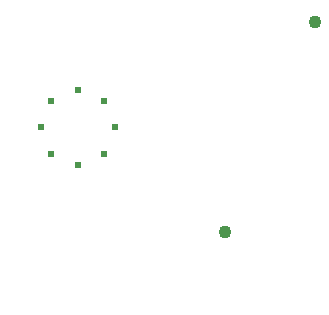
<source format=gbr>
%FSLAX26Y26*%
%MOIN*%
%TF.FileFunction,Plated,1,8,PTH*%
%LPD*%
%TA.DrillTolerance,0.002,0.001*%
%TA.AperFunction,ComponentDrill%
%ADD10C,0.014000*%
%TA.AperFunction,Other,SpecialDrill*%
%ADD11C,0.024000*%
%TA.DrillTolerance,0.015,0.015*%
%TA.AperFunction,MechanicalDrill*%
%ADD12C,0.043000*%
%ADD12C,0.043000*%
%TD.AperFunction*%
%TD.DrillTolerance*%
G01*
D10*
X242000Y275000D03*
Y325000D03*
X217000Y300000D03*
X192000Y325000D03*
X292000Y275000D03*
X192000D03*
X292000Y325000D03*
X267000Y300000D03*
D11*
X124000Y0D03*
X0Y-124000D03*
X-124000Y0D03*
X88000Y88000D03*
X-88000D03*
X0Y124000D03*
X88000Y-88000D03*
X-88000D03*
D12*
X792000Y350000D03*
X492000Y-350000D03*
D13*
X767000Y-600000D03*
X567000D03*
X-233000Y200000D03*
Y400000D03*
Y0D03*
Y-200000D03*
Y-600000D03*
Y-400000D03*
X-33000Y-600000D03*
X167000D03*
X367000D03*
%TF.MD5,b5d8122723797ac635a1814c04c6372b%
M02*


</source>
